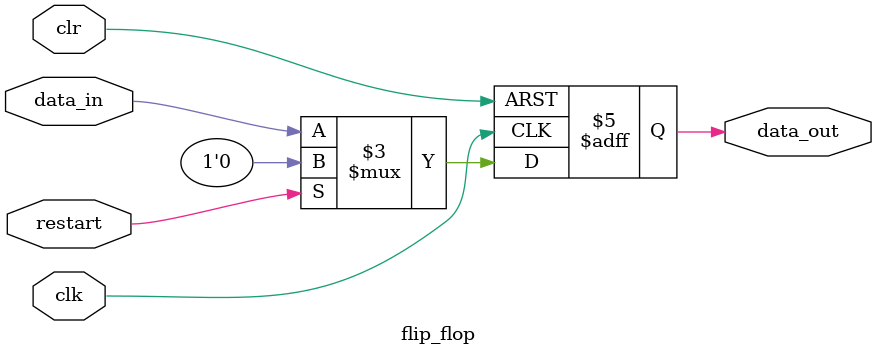
<source format=sv>
`default_nettype none
module trap_edge 
	(
		input wire clk, 
		input wire reset, 
		input wire restart,
		input wire async_sig, 
		output wire trapped_edge
	);
	wire q1, q2;

	flip_flop f1(.clk(async_sig), .clr(reset), .restart(restart), .data_in(1'b1), .data_out(q1));
	flip_flop f2(.clk(clk), .clr(reset), .restart(restart), .data_in(q1), .data_out(q2));
	flip_flop f3(.clk(clk), .clr(reset), .restart(restart), .data_in(q2), .data_out(trapped_edge));
endmodule

module flip_flop (input wire clk, input wire clr, input wire restart, input wire data_in, output reg data_out);
	always_ff @(posedge clk, posedge clr) 
		if (clr) data_out <= 1'b0;
		else if (restart) data_out <= 1'b0;
		else data_out <= data_in;
endmodule
`default_nettype wire

</source>
